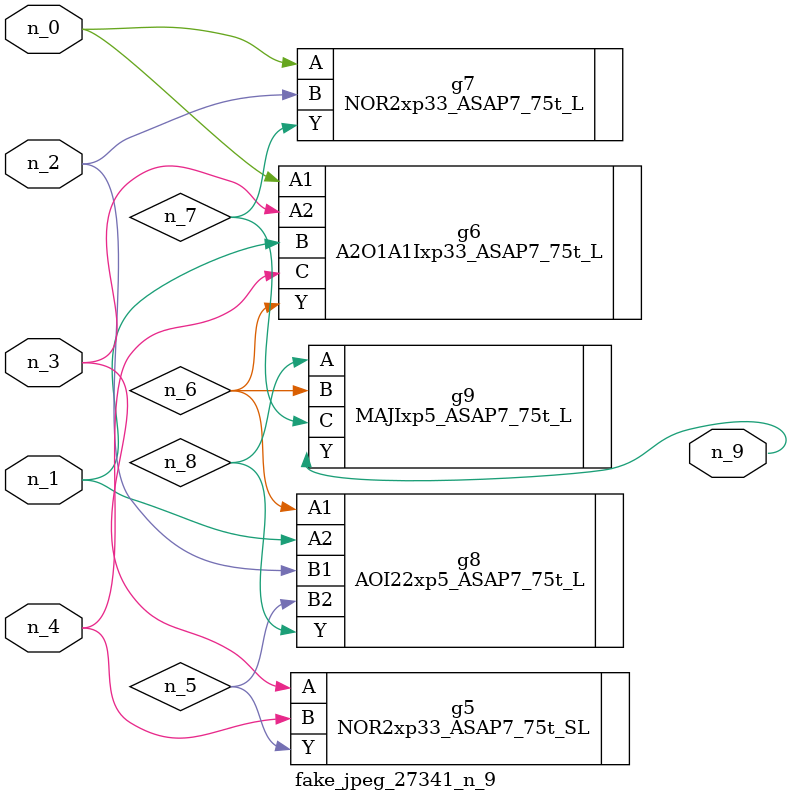
<source format=v>
module fake_jpeg_27341_n_9 (n_3, n_2, n_1, n_0, n_4, n_9);

input n_3;
input n_2;
input n_1;
input n_0;
input n_4;

output n_9;

wire n_8;
wire n_6;
wire n_5;
wire n_7;

NOR2xp33_ASAP7_75t_SL g5 ( 
.A(n_3),
.B(n_4),
.Y(n_5)
);

A2O1A1Ixp33_ASAP7_75t_L g6 ( 
.A1(n_0),
.A2(n_3),
.B(n_1),
.C(n_4),
.Y(n_6)
);

NOR2xp33_ASAP7_75t_L g7 ( 
.A(n_0),
.B(n_2),
.Y(n_7)
);

AOI22xp5_ASAP7_75t_L g8 ( 
.A1(n_6),
.A2(n_1),
.B1(n_2),
.B2(n_5),
.Y(n_8)
);

MAJIxp5_ASAP7_75t_L g9 ( 
.A(n_8),
.B(n_6),
.C(n_7),
.Y(n_9)
);


endmodule
</source>
